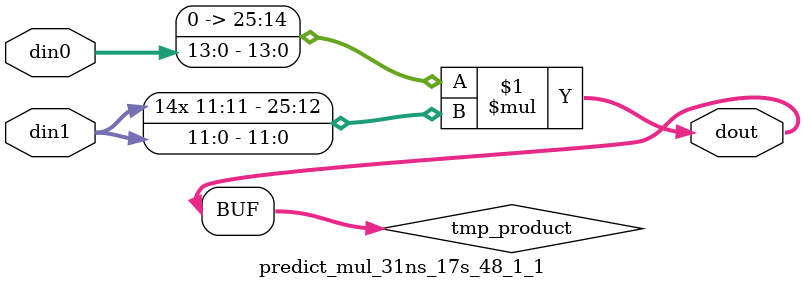
<source format=v>

`timescale 1 ns / 1 ps

  module predict_mul_31ns_17s_48_1_1(din0, din1, dout);
parameter ID = 1;
parameter NUM_STAGE = 0;
parameter din0_WIDTH = 14;
parameter din1_WIDTH = 12;
parameter dout_WIDTH = 26;

input [din0_WIDTH - 1 : 0] din0; 
input [din1_WIDTH - 1 : 0] din1; 
output [dout_WIDTH - 1 : 0] dout;

wire signed [dout_WIDTH - 1 : 0] tmp_product;











assign tmp_product = $signed({1'b0, din0}) * $signed(din1);










assign dout = tmp_product;







endmodule

</source>
